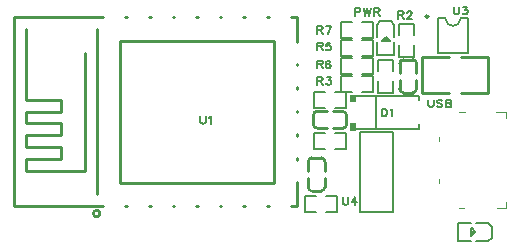
<source format=gto>
G04 Layer: TopSilkscreenLayer*
G04 EasyEDA Pro v1.7.31, 2022-10-01 17:20:27*
G04 Gerber Generator version 0.3*
G04 Scale: 100 percent, Rotated: No, Reflected: No*
G04 Dimensions in millimeters*
G04 Leading zeros omitted, absolute positions, 3 integers and 3 decimals*
%FSLAX33Y33*%
%MOMM*%
%ADD10C,0.1524*%
%ADD11C,0.254*%
%ADD12C,0.150012*%
%ADD13C,0.00508*%
%ADD14C,0.1*%
%ADD15C,0.2481*%
%ADD16C,0.240005*%
G75*


G04 Text Start*
G04 //text: U3*
G54D10*
G01X38303Y23929D02*
G01X38303Y23465D01*
G01X38334Y23373D01*
G01X38397Y23310D01*
G01X38489Y23279D01*
G01X38552D01*
G01X38644Y23310D01*
G01X38705Y23373D01*
G01X38738Y23465D01*
G01Y23929D01*
G01X39101Y23929D02*
G01X39441Y23929D01*
G01X39253Y23683D01*
G01X39347D01*
G01X39408Y23652D01*
G01X39441Y23619D01*
G01X39472Y23528D01*
G01Y23465D01*
G01X39441Y23373D01*
G01X39378Y23310D01*
G01X39286Y23279D01*
G01X39192D01*
G01X39101Y23310D01*
G01X39068Y23343D01*
G01X39037Y23404D01*
G04 //text: PWR*
G01X29921Y23802D02*
G01X29921Y23152D01*
G01X29921Y23802D02*
G01X30201Y23802D01*
G01X30292Y23772D01*
G01X30323Y23741D01*
G01X30356Y23678D01*
G01Y23586D01*
G01X30323Y23525D01*
G01X30292Y23492D01*
G01X30201Y23462D01*
G01X29921D01*
G01X30655Y23802D02*
G01X30810Y23152D01*
G01X30965Y23802D02*
G01X30810Y23152D01*
G01X30965Y23802D02*
G01X31120Y23152D01*
G01X31275Y23802D02*
G01X31120Y23152D01*
G01X31575Y23802D02*
G01X31575Y23152D01*
G01X31575Y23802D02*
G01X31854Y23802D01*
G01X31948Y23772D01*
G01X31979Y23741D01*
G01X32009Y23678D01*
G01Y23617D01*
G01X31979Y23556D01*
G01X31948Y23525D01*
G01X31854Y23492D01*
G01X31575D01*
G01X31793Y23492D02*
G01X32009Y23152D01*
G04 //text: D1*
G01X32207Y15293D02*
G01X32207Y14643D01*
G01X32207Y15293D02*
G01X32423Y15293D01*
G01X32517Y15263D01*
G01X32578Y15202D01*
G01X32609Y15138D01*
G01X32642Y15047D01*
G01Y14892D01*
G01X32609Y14798D01*
G01X32578Y14737D01*
G01X32517Y14674D01*
G01X32423Y14643D01*
G01X32207D01*
G01X32941Y15169D02*
G01X33005Y15202D01*
G01X33096Y15293D01*
G01Y14643D01*
G04 //text: U4*
G01X28905Y7800D02*
G01X28905Y7336D01*
G01X28936Y7244D01*
G01X28999Y7181D01*
G01X29091Y7150D01*
G01X29154D01*
G01X29246Y7181D01*
G01X29307Y7244D01*
G01X29340Y7336D01*
G01Y7800D01*
G01X29949Y7800D02*
G01X29639Y7369D01*
G01X30104D01*
G01X29949Y7800D02*
G01X29949Y7150D01*
G04 //text: USB*
G01X36144Y16055D02*
G01X36144Y15591D01*
G01X36175Y15499D01*
G01X36238Y15436D01*
G01X36330Y15405D01*
G01X36393D01*
G01X36485Y15436D01*
G01X36546Y15499D01*
G01X36579Y15591D01*
G01Y16055D01*
G01X37313Y15964D02*
G01X37249Y16025D01*
G01X37158Y16055D01*
G01X37033D01*
G01X36942Y16025D01*
G01X36878Y15964D01*
G01Y15900D01*
G01X36909Y15839D01*
G01X36942Y15809D01*
G01X37003Y15778D01*
G01X37188Y15715D01*
G01X37249Y15685D01*
G01X37282Y15654D01*
G01X37313Y15591D01*
G01Y15499D01*
G01X37249Y15436D01*
G01X37158Y15405D01*
G01X37033D01*
G01X36942Y15436D01*
G01X36878Y15499D01*
G01X37612Y16055D02*
G01X37612Y15405D01*
G01X37612Y16055D02*
G01X37892Y16055D01*
G01X37986Y16025D01*
G01X38016Y15994D01*
G01X38047Y15931D01*
G01Y15870D01*
G01X38016Y15809D01*
G01X37986Y15778D01*
G01X37892Y15745D01*
G01X37612Y15745D02*
G01X37892Y15745D01*
G01X37986Y15715D01*
G01X38016Y15685D01*
G01X38047Y15624D01*
G01Y15530D01*
G01X38016Y15469D01*
G01X37986Y15436D01*
G01X37892Y15405D01*
G01X37612D01*
G04 //text: R3*
G01X26746Y17960D02*
G01X26746Y17310D01*
G01X26746Y17960D02*
G01X27026Y17960D01*
G01X27117Y17930D01*
G01X27148Y17899D01*
G01X27181Y17836D01*
G01Y17775D01*
G01X27148Y17714D01*
G01X27117Y17683D01*
G01X27026Y17650D01*
G01X26746D01*
G01X26962Y17650D02*
G01X27181Y17310D01*
G01X27544Y17960D02*
G01X27884Y17960D01*
G01X27696Y17714D01*
G01X27790D01*
G01X27851Y17683D01*
G01X27884Y17650D01*
G01X27915Y17559D01*
G01Y17496D01*
G01X27884Y17404D01*
G01X27821Y17341D01*
G01X27729Y17310D01*
G01X27635D01*
G01X27544Y17341D01*
G01X27511Y17374D01*
G01X27480Y17435D01*
G04 //text: R6*
G01X26746Y19357D02*
G01X26746Y18707D01*
G01X26746Y19357D02*
G01X27026Y19357D01*
G01X27117Y19327D01*
G01X27148Y19296D01*
G01X27181Y19233D01*
G01Y19172D01*
G01X27148Y19111D01*
G01X27117Y19080D01*
G01X27026Y19047D01*
G01X26746D01*
G01X26962Y19047D02*
G01X27181Y18707D01*
G01X27851Y19266D02*
G01X27821Y19327D01*
G01X27729Y19357D01*
G01X27666D01*
G01X27574Y19327D01*
G01X27511Y19233D01*
G01X27480Y19080D01*
G01Y18926D01*
G01X27511Y18801D01*
G01X27574Y18738D01*
G01X27666Y18707D01*
G01X27696D01*
G01X27790Y18738D01*
G01X27851Y18801D01*
G01X27884Y18893D01*
G01Y18926D01*
G01X27851Y19017D01*
G01X27790Y19080D01*
G01X27696Y19111D01*
G01X27666D01*
G01X27574Y19080D01*
G01X27511Y19017D01*
G01X27480Y18926D01*
G04 //text: R5*
G01X26746Y20881D02*
G01X26746Y20231D01*
G01X26746Y20881D02*
G01X27026Y20881D01*
G01X27117Y20851D01*
G01X27148Y20820D01*
G01X27181Y20757D01*
G01Y20696D01*
G01X27148Y20635D01*
G01X27117Y20604D01*
G01X27026Y20571D01*
G01X26746D01*
G01X26962Y20571D02*
G01X27181Y20231D01*
G01X27851Y20881D02*
G01X27544Y20881D01*
G01X27511Y20604D01*
G01X27544Y20635D01*
G01X27635Y20665D01*
G01X27729D01*
G01X27821Y20635D01*
G01X27884Y20571D01*
G01X27915Y20480D01*
G01Y20417D01*
G01X27884Y20325D01*
G01X27821Y20262D01*
G01X27729Y20231D01*
G01X27635D01*
G01X27544Y20262D01*
G01X27511Y20295D01*
G01X27480Y20356D01*
G04 //text: R7*
G01X26746Y22278D02*
G01X26746Y21628D01*
G01X26746Y22278D02*
G01X27026Y22278D01*
G01X27117Y22248D01*
G01X27148Y22217D01*
G01X27181Y22154D01*
G01Y22093D01*
G01X27148Y22032D01*
G01X27117Y22001D01*
G01X27026Y21968D01*
G01X26746D01*
G01X26962Y21968D02*
G01X27181Y21628D01*
G01X27915Y22278D02*
G01X27605Y21628D01*
G01X27480Y22278D02*
G01X27915Y22278D01*
G04 //text: U1*
G01X16840Y14658D02*
G01X16840Y14194D01*
G01X16871Y14102D01*
G01X16934Y14039D01*
G01X17026Y14008D01*
G01X17089D01*
G01X17181Y14039D01*
G01X17242Y14102D01*
G01X17275Y14194D01*
G01Y14658D01*
G01X17574Y14534D02*
G01X17638Y14567D01*
G01X17729Y14658D01*
G01Y14008D01*
G04 //text: R2*
G01X33604Y23548D02*
G01X33604Y22898D01*
G01X33604Y23548D02*
G01X33884Y23548D01*
G01X33975Y23518D01*
G01X34006Y23487D01*
G01X34039Y23424D01*
G01Y23363D01*
G01X34006Y23302D01*
G01X33975Y23271D01*
G01X33884Y23238D01*
G01X33604D01*
G01X33820Y23238D02*
G01X34039Y22898D01*
G01X34369Y23393D02*
G01X34369Y23424D01*
G01X34402Y23487D01*
G01X34432Y23518D01*
G01X34493Y23548D01*
G01X34618D01*
G01X34679Y23518D01*
G01X34709Y23487D01*
G01X34742Y23424D01*
G01Y23363D01*
G01X34709Y23302D01*
G01X34648Y23208D01*
G01X34338Y22898D01*
G01X34773D01*
G04 Text End*

G04 PolygonModel Start*
G54D11*
G01X10617Y7038D02*
G01X10479Y7038D01*
G01X12617Y7038D02*
G01X12479Y7038D01*
G01X14616Y7038D02*
G01X14479Y7038D01*
G01X16616Y7038D02*
G01X16479Y7038D01*
G01X18616Y7038D02*
G01X18479Y7038D01*
G01X20616Y7038D02*
G01X20479Y7038D01*
G01X22616Y7038D02*
G01X22479Y7038D01*
G01X25045Y9108D02*
G01X25045Y7038D01*
G01X25045Y7038D02*
G01X24479Y7038D01*
G01X25045Y11106D02*
G01X25045Y10970D01*
G01X25045Y13105D02*
G01X25045Y12968D01*
G01X25045Y15106D02*
G01X25045Y14967D01*
G01X25045Y17105D02*
G01X25045Y16968D01*
G01X25045Y19105D02*
G01X25045Y18967D01*
G01X24479Y23038D02*
G01X25045Y23038D01*
G01X25045Y23038D02*
G01X25045Y20967D01*
G01X22479Y23038D02*
G01X22616Y23038D01*
G01X20479Y23038D02*
G01X20616Y23038D01*
G01X18479Y23038D02*
G01X18616Y23038D01*
G01X16479Y23038D02*
G01X16616Y23038D01*
G01X14479Y23038D02*
G01X14616Y23038D01*
G01X12479Y23038D02*
G01X12617Y23038D01*
G01X10479Y23038D02*
G01X10617Y23038D01*
G01X8617Y7038D02*
G01X1047Y7038D01*
G01X1047Y23038D02*
G01X8617Y23038D01*
G01X7047Y20038D02*
G01X7047Y10038D01*
G01X7047Y10038D02*
G01X2047Y10038D01*
G01X2047Y10038D02*
G01X2047Y11038D01*
G01X2047Y11038D02*
G01X5047Y11038D01*
G01X5047Y11038D02*
G01X5047Y12038D01*
G01X5047Y12038D02*
G01X2047Y12038D01*
G01X2047Y12038D02*
G01X2047Y13038D01*
G01X2047Y13038D02*
G01X5047Y13038D01*
G01X5047Y13038D02*
G01X5047Y14038D01*
G01X5047Y14038D02*
G01X2047Y14038D01*
G01X2047Y14038D02*
G01X2047Y15038D01*
G01X2047Y15038D02*
G01X5047Y15038D01*
G01X5047Y15038D02*
G01X5047Y16038D01*
G01X5047Y16038D02*
G01X2047Y16038D01*
G01X2047Y16038D02*
G01X2047Y22038D01*
G01X10047Y9038D02*
G01X23047Y9038D01*
G01X23047Y9038D02*
G01X23047Y21038D01*
G01X23047Y21038D02*
G01X10047Y21038D01*
G01X10047Y21038D02*
G01X10047Y9038D01*
G01X8047Y8038D02*
G01X8047Y22038D01*
G01X1047Y7038D02*
G01X1047Y23038D01*
G01X37864Y16637D02*
G01X35578Y16637D01*
G01X35578Y16637D02*
G01X35578Y19685D01*
G01X35578Y19685D02*
G01X37864Y19685D01*
G01X38880Y19685D02*
G01X41166Y19685D01*
G01X41166Y19685D02*
G01X41166Y16637D01*
G01X41166Y16637D02*
G01X38880Y16637D01*
G54D12*
G01X37579Y22941D02*
G01X36927Y22941D01*
G01X36927Y22941D02*
G01X36927Y19963D01*
G01X36927Y19963D02*
G01X39527Y19963D01*
G01X39527Y19963D02*
G01X39527Y22941D01*
G01X39527Y22941D02*
G01X38875Y22941D01*
G01X38875Y22941D02*
G02X37579Y22941I-648J0D01*
G54D10*
G01X33629Y20656D02*
G01X33629Y19697D01*
G01X33629Y19697D02*
G01X34951Y19697D01*
G01X34951Y19697D02*
G01X34951Y20656D01*
G01X33629Y21508D02*
G01X33629Y22467D01*
G01X33629Y22467D02*
G01X34951Y22467D01*
G01X34951Y22467D02*
G01X34951Y21508D01*
G01X30354Y6505D02*
G01X30354Y13307D01*
G01X30354Y13307D02*
G01X33146Y13307D01*
G01X33146Y13307D02*
G01X33146Y6505D01*
G01X33146Y6505D02*
G01X30354Y6505D01*
G54D11*
G01X27070Y8327D02*
G01X26270Y8327D01*
G01X27380Y9437D02*
G01X27380Y8637D01*
G01X25960Y9437D02*
G01X25960Y8637D01*
G01X27385Y10013D02*
G01X27385Y10813D01*
G01X27076Y11122D02*
G01X26276Y11122D01*
G01X25966Y10013D02*
G01X25966Y10813D01*
G01X27076Y11123D02*
G02X27385Y10813I0J-310D01*
G01X25966Y10813D02*
G02X26276Y11123I310J0D01*
G01X27380Y8637D02*
G02X27070Y8327I-310J-0D01*
G01X26270Y8327D02*
G02X25960Y8637I0J310D01*
G54D10*
G01X31694Y16387D02*
G01X31694Y13585D01*
G01X29854Y16387D02*
G01X35306Y16387D01*
G01X29854Y13585D02*
G01X35306Y13585D01*
G01X35306Y16387D02*
G01X35306Y15986D01*
G01X35306Y13585D02*
G01X35306Y13986D01*
G36*
G01X29930Y16463D02*
G01X29930Y15935D01*
G01X29473D01*
G01Y16463D01*
G01X29930D01*
G37*
G54D13*
G01X29930Y16463D02*
G01X29930Y15935D01*
G01X29473D01*
G01Y16463D01*
G01X29930D01*
G36*
G01X29930Y13509D02*
G01X29930Y14037D01*
G01X29473D01*
G01Y13509D01*
G01X29930D01*
G37*
G01X29930Y13509D02*
G01X29930Y14037D01*
G01X29473D01*
G01Y13509D01*
G01X29930D01*
G54D14*
G01X38749Y14971D02*
G01X39249Y14971D01*
G01X36999Y12573D02*
G01X36999Y12873D01*
G01X38749Y6873D02*
G01X39199Y6873D01*
G01X36999Y9022D02*
G01X36999Y9322D01*
G01X41949Y6873D02*
G01X42750Y6873D01*
G01X42750Y6873D02*
G01X42750Y7371D01*
G01X42750Y14521D02*
G01X42750Y14971D01*
G01X42750Y14971D02*
G01X41899Y14971D01*
G54D11*
G01X34817Y16644D02*
G01X34017Y16644D01*
G01X35127Y17754D02*
G01X35127Y16954D01*
G01X33707Y17754D02*
G01X33707Y16954D01*
G01X35132Y18330D02*
G01X35132Y19130D01*
G01X34823Y19439D02*
G01X34023Y19439D01*
G01X33713Y18330D02*
G01X33713Y19130D01*
G01X34823Y19440D02*
G02X35132Y19130I0J-310D01*
G01X33713Y19130D02*
G02X34023Y19440I310J0D01*
G01X35127Y16954D02*
G02X34817Y16644I-310J-0D01*
G01X34017Y16644D02*
G02X33707Y16954I0J310D01*
G54D10*
G01X29673Y18060D02*
G01X28714Y18060D01*
G01X28714Y18060D02*
G01X28714Y16738D01*
G01X28714Y16738D02*
G01X29673Y16738D01*
G01X30525Y18060D02*
G01X31484Y18060D01*
G01X31484Y18060D02*
G01X31484Y16738D01*
G01X31484Y16738D02*
G01X30525Y16738D01*
G01X27387Y13234D02*
G01X26428Y13234D01*
G01X26428Y13234D02*
G01X26428Y11912D01*
G01X26428Y11912D02*
G01X27387Y11912D01*
G01X28239Y13234D02*
G01X29198Y13234D01*
G01X29198Y13234D02*
G01X29198Y11912D01*
G01X29198Y11912D02*
G01X28239Y11912D01*
G01X29673Y21108D02*
G01X28714Y21108D01*
G01X28714Y21108D02*
G01X28714Y19786D01*
G01X28714Y19786D02*
G01X29673Y19786D01*
G01X30525Y21108D02*
G01X31484Y21108D01*
G01X31484Y21108D02*
G01X31484Y19786D01*
G01X31484Y19786D02*
G01X30525Y19786D01*
G01X29673Y19584D02*
G01X28714Y19584D01*
G01X28714Y19584D02*
G01X28714Y18262D01*
G01X28714Y18262D02*
G01X29673Y18262D01*
G01X30525Y19584D02*
G01X31484Y19584D01*
G01X31484Y19584D02*
G01X31484Y18262D01*
G01X31484Y18262D02*
G01X30525Y18262D01*
G01X29673Y22632D02*
G01X28714Y22632D01*
G01X28714Y22632D02*
G01X28714Y21310D01*
G01X28714Y21310D02*
G01X29673Y21310D01*
G01X30525Y22632D02*
G01X31484Y22632D01*
G01X31484Y22632D02*
G01X31484Y21310D01*
G01X31484Y21310D02*
G01X30525Y21310D01*
G54D11*
G01X29203Y14751D02*
G01X29203Y13951D01*
G01X28093Y15061D02*
G01X28893Y15061D01*
G01X28093Y13641D02*
G01X28893Y13641D01*
G01X27517Y15066D02*
G01X26717Y15066D01*
G01X26408Y14757D02*
G01X26408Y13957D01*
G01X27517Y13647D02*
G01X26717Y13647D01*
G01X26407Y14757D02*
G02X26717Y15066I310J0D01*
G01X26717Y13647D02*
G02X26407Y13957I-0J310D01*
G01X28893Y15061D02*
G02X29203Y14751I0J-310D01*
G01X29203Y13951D02*
G02X28893Y13641I-310J0D01*
G54D12*
G01X39785Y5149D02*
G01X39795Y5149D01*
G01X39795Y5149D02*
G01X40125Y4819D01*
G01X39785Y4469D02*
G01X39785Y4479D01*
G01X39785Y4479D02*
G01X40125Y4819D01*
G01X39785Y4469D02*
G01X39785Y5149D01*
G01X39765Y4069D02*
G01X38615Y4069D01*
G01X39765Y5570D02*
G01X38615Y5570D01*
G01X38615Y4069D02*
G01X38615Y5549D01*
G01X40145Y5572D02*
G01X41195Y5572D01*
G01X41495Y5172D02*
G01X41495Y5272D01*
G01X41495Y5272D02*
G01X41195Y5572D01*
G01X41495Y4472D02*
G01X41495Y5172D01*
G01X41495Y4472D02*
G01X41495Y4372D01*
G01X41495Y4372D02*
G01X41195Y4072D01*
G01X40145Y4072D02*
G01X41195Y4072D01*
G01X39785Y4819D02*
G01X40125Y4819D01*
G54D10*
G01X27477Y6578D02*
G01X28436Y6578D01*
G01X28436Y6578D02*
G01X28436Y7900D01*
G01X28436Y7900D02*
G01X27477Y7900D01*
G01X26625Y6578D02*
G01X25666Y6578D01*
G01X25666Y6578D02*
G01X25666Y7900D01*
G01X25666Y7900D02*
G01X26625Y7900D01*
G54D12*
G01X32189Y20989D02*
G01X32189Y20999D01*
G01X32189Y20999D02*
G01X32519Y21329D01*
G01X32869Y20989D02*
G01X32859Y20989D01*
G01X32859Y20989D02*
G01X32519Y21329D01*
G01X32869Y20989D02*
G01X32189Y20989D01*
G01X33269Y20969D02*
G01X33269Y19819D01*
G01X31768Y20969D02*
G01X31768Y19819D01*
G01X33269Y19819D02*
G01X31789Y19819D01*
G01X31766Y21349D02*
G01X31766Y22399D01*
G01X32166Y22699D02*
G01X32066Y22699D01*
G01X32066Y22699D02*
G01X31766Y22399D01*
G01X32866Y22699D02*
G01X32166Y22699D01*
G01X32866Y22699D02*
G01X32966Y22699D01*
G01X32966Y22699D02*
G01X33266Y22399D01*
G01X33266Y21349D02*
G01X33266Y22399D01*
G01X32519Y20989D02*
G01X32519Y21329D01*
G54D10*
G01X31851Y17608D02*
G01X31851Y16649D01*
G01X31851Y16649D02*
G01X33173Y16649D01*
G01X33173Y16649D02*
G01X33173Y17608D01*
G01X31851Y18460D02*
G01X31851Y19419D01*
G01X31851Y19419D02*
G01X33173Y19419D01*
G01X33173Y19419D02*
G01X33173Y18460D01*
G01X28239Y15341D02*
G01X29198Y15341D01*
G01X29198Y15341D02*
G01X29198Y16663D01*
G01X29198Y16663D02*
G01X28239Y16663D01*
G01X27387Y15341D02*
G01X26428Y15341D01*
G01X26428Y15341D02*
G01X26428Y16663D01*
G01X26428Y16663D02*
G01X27387Y16663D01*
G04 PolygonModel End*

G04 Circle Start*
G54D11*
G01X7770Y6403D02*
G03X8338Y6403I284J0D01*
G03X7770I-284J0D01*
G54D16*
G01X35907Y23113D02*
G03X36147Y23113I120J0D01*
G03X35907I-120J0D01*
G04 Circle End*

M02*

</source>
